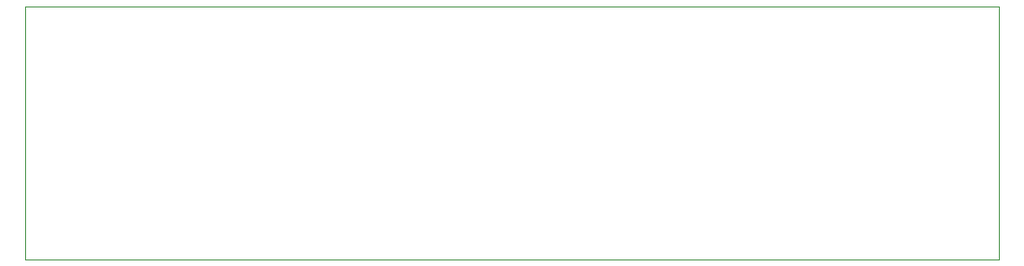
<source format=gm1>
%TF.GenerationSoftware,KiCad,Pcbnew,(5.1.12)-1*%
%TF.CreationDate,2022-12-13T06:15:17+01:00*%
%TF.ProjectId,MC34063_buck,4d433334-3036-4335-9f62-75636b2e6b69,rev?*%
%TF.SameCoordinates,Original*%
%TF.FileFunction,Profile,NP*%
%FSLAX46Y46*%
G04 Gerber Fmt 4.6, Leading zero omitted, Abs format (unit mm)*
G04 Created by KiCad (PCBNEW (5.1.12)-1) date 2022-12-13 06:15:17*
%MOMM*%
%LPD*%
G01*
G04 APERTURE LIST*
%TA.AperFunction,Profile*%
%ADD10C,0.100000*%
%TD*%
G04 APERTURE END LIST*
D10*
X133600000Y-59000000D02*
X133600000Y-82000000D01*
X45000000Y-59000000D02*
X133600000Y-59000000D01*
X45000000Y-82000000D02*
X45000000Y-59000000D01*
X133600000Y-82000000D02*
X45000000Y-82000000D01*
M02*

</source>
